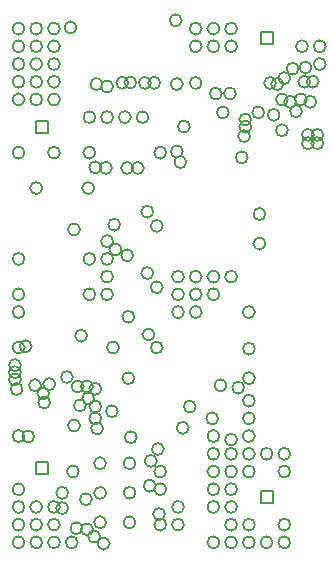
<source format=gbr>
G04*
G04 #@! TF.GenerationSoftware,Altium Limited,Altium Designer,24.9.1 (31)*
G04*
G04 Layer_Color=2752767*
%FSLAX44Y44*%
%MOMM*%
G71*
G04*
G04 #@! TF.SameCoordinates,B31CAF09-BB74-4FAA-89E9-8BE817FA7118*
G04*
G04*
G04 #@! TF.FilePolarity,Positive*
G04*
G01*
G75*
%ADD46C,0.1270*%
%ADD47C,0.1693*%
D46*
X209920Y433920D02*
Y444080D01*
X220080D01*
Y433920D01*
X209920D01*
X19920Y358920D02*
Y369080D01*
X30080D01*
Y358920D01*
X19920D01*
Y69920D02*
Y80080D01*
X30080D01*
Y69920D01*
X19920D01*
X209920Y44920D02*
Y55080D01*
X220080D01*
Y44920D01*
X209920D01*
D47*
X8424Y141783D02*
G03*
X8424Y141783I-5080J0D01*
G01*
X24080Y145000D02*
G03*
X24080Y145000I-5080J0D01*
G01*
X31047Y138017D02*
G03*
X31047Y138017I-5080J0D01*
G01*
X31776Y130500D02*
G03*
X31776Y130500I-5080J0D01*
G01*
X47080Y41000D02*
G03*
X47080Y41000I-5080J0D01*
G01*
Y54000D02*
G03*
X47080Y54000I-5080J0D01*
G01*
X89080Y123000D02*
G03*
X89080Y123000I-5080J0D01*
G01*
X214080Y290000D02*
G03*
X214080Y290000I-5080J0D01*
G01*
X127080Y280000D02*
G03*
X127080Y280000I-5080J0D01*
G01*
X67080Y48500D02*
G03*
X67080Y48500I-5080J0D01*
G01*
X199080Y338000D02*
G03*
X199080Y338000I-5080J0D01*
G01*
X143080Y454000D02*
G03*
X143080Y454000I-5080J0D01*
G01*
X54080Y448000D02*
G03*
X54080Y448000I-5080J0D01*
G01*
X69080Y312000D02*
G03*
X69080Y312000I-5080J0D01*
G01*
X120080Y188000D02*
G03*
X120080Y188000I-5080J0D01*
G01*
X119080Y240000D02*
G03*
X119080Y240000I-5080J0D01*
G01*
Y292000D02*
G03*
X119080Y292000I-5080J0D01*
G01*
X122080Y81000D02*
G03*
X122080Y81000I-5080J0D01*
G01*
X121080Y60000D02*
G03*
X121080Y60000I-5080J0D01*
G01*
X129080Y36000D02*
G03*
X129080Y36000I-5080J0D01*
G01*
X128080Y91000D02*
G03*
X128080Y91000I-5080J0D01*
G01*
X190080Y99000D02*
G03*
X190080Y99000I-5080J0D01*
G01*
X7080Y162000D02*
G03*
X7080Y162000I-5080J0D01*
G01*
Y156000D02*
G03*
X7080Y156000I-5080J0D01*
G01*
Y150000D02*
G03*
X7080Y150000I-5080J0D01*
G01*
X257080Y385000D02*
G03*
X257080Y385000I-5080J0D01*
G01*
X259080Y402000D02*
G03*
X259080Y402000I-5080J0D01*
G01*
X252080D02*
G03*
X252080Y402000I-5080J0D01*
G01*
X92080Y260000D02*
G03*
X92080Y260000I-5080J0D01*
G01*
X91080Y281000D02*
G03*
X91080Y281000I-5080J0D01*
G01*
X18321Y101706D02*
G03*
X18321Y101706I-5080J0D01*
G01*
X90080Y177000D02*
G03*
X90080Y177000I-5080J0D01*
G01*
X104080Y29000D02*
G03*
X104080Y29000I-5080J0D01*
G01*
Y54000D02*
G03*
X104080Y54000I-5080J0D01*
G01*
Y79000D02*
G03*
X104080Y79000I-5080J0D01*
G01*
X105080Y101000D02*
G03*
X105080Y101000I-5080J0D01*
G01*
X265080Y432000D02*
G03*
X265080Y432000I-5080J0D01*
G01*
Y417000D02*
G03*
X265080Y417000I-5080J0D01*
G01*
X250080Y432000D02*
G03*
X250080Y432000I-5080J0D01*
G01*
X235080Y87000D02*
G03*
X235080Y87000I-5080J0D01*
G01*
Y72000D02*
G03*
X235080Y72000I-5080J0D01*
G01*
Y27000D02*
G03*
X235080Y27000I-5080J0D01*
G01*
Y12000D02*
G03*
X235080Y12000I-5080J0D01*
G01*
X220080Y87000D02*
G03*
X220080Y87000I-5080J0D01*
G01*
Y12000D02*
G03*
X220080Y12000I-5080J0D01*
G01*
X205080Y207000D02*
G03*
X205080Y207000I-5080J0D01*
G01*
Y132000D02*
G03*
X205080Y132000I-5080J0D01*
G01*
Y117000D02*
G03*
X205080Y117000I-5080J0D01*
G01*
Y102000D02*
G03*
X205080Y102000I-5080J0D01*
G01*
Y87000D02*
G03*
X205080Y87000I-5080J0D01*
G01*
Y72000D02*
G03*
X205080Y72000I-5080J0D01*
G01*
Y27000D02*
G03*
X205080Y27000I-5080J0D01*
G01*
Y12000D02*
G03*
X205080Y12000I-5080J0D01*
G01*
X190080Y447000D02*
G03*
X190080Y447000I-5080J0D01*
G01*
Y432000D02*
G03*
X190080Y432000I-5080J0D01*
G01*
Y237000D02*
G03*
X190080Y237000I-5080J0D01*
G01*
Y87000D02*
G03*
X190080Y87000I-5080J0D01*
G01*
Y72000D02*
G03*
X190080Y72000I-5080J0D01*
G01*
Y57000D02*
G03*
X190080Y57000I-5080J0D01*
G01*
Y42000D02*
G03*
X190080Y42000I-5080J0D01*
G01*
Y27000D02*
G03*
X190080Y27000I-5080J0D01*
G01*
Y12000D02*
G03*
X190080Y12000I-5080J0D01*
G01*
X175080Y447000D02*
G03*
X175080Y447000I-5080J0D01*
G01*
Y432000D02*
G03*
X175080Y432000I-5080J0D01*
G01*
Y237000D02*
G03*
X175080Y237000I-5080J0D01*
G01*
Y222000D02*
G03*
X175080Y222000I-5080J0D01*
G01*
Y102000D02*
G03*
X175080Y102000I-5080J0D01*
G01*
Y87000D02*
G03*
X175080Y87000I-5080J0D01*
G01*
Y72000D02*
G03*
X175080Y72000I-5080J0D01*
G01*
Y57000D02*
G03*
X175080Y57000I-5080J0D01*
G01*
Y42000D02*
G03*
X175080Y42000I-5080J0D01*
G01*
Y12000D02*
G03*
X175080Y12000I-5080J0D01*
G01*
X160080Y447000D02*
G03*
X160080Y447000I-5080J0D01*
G01*
Y432000D02*
G03*
X160080Y432000I-5080J0D01*
G01*
Y237000D02*
G03*
X160080Y237000I-5080J0D01*
G01*
Y222000D02*
G03*
X160080Y222000I-5080J0D01*
G01*
Y207000D02*
G03*
X160080Y207000I-5080J0D01*
G01*
X145080Y237000D02*
G03*
X145080Y237000I-5080J0D01*
G01*
Y222000D02*
G03*
X145080Y222000I-5080J0D01*
G01*
Y207000D02*
G03*
X145080Y207000I-5080J0D01*
G01*
Y42000D02*
G03*
X145080Y42000I-5080J0D01*
G01*
Y27000D02*
G03*
X145080Y27000I-5080J0D01*
G01*
X130080Y342000D02*
G03*
X130080Y342000I-5080J0D01*
G01*
Y72000D02*
G03*
X130080Y72000I-5080J0D01*
G01*
Y57000D02*
G03*
X130080Y57000I-5080J0D01*
G01*
Y27000D02*
G03*
X130080Y27000I-5080J0D01*
G01*
X115080Y372000D02*
G03*
X115080Y372000I-5080J0D01*
G01*
X100080D02*
G03*
X100080Y372000I-5080J0D01*
G01*
X85080D02*
G03*
X85080Y372000I-5080J0D01*
G01*
Y267000D02*
G03*
X85080Y267000I-5080J0D01*
G01*
Y252000D02*
G03*
X85080Y252000I-5080J0D01*
G01*
Y237000D02*
G03*
X85080Y237000I-5080J0D01*
G01*
Y222000D02*
G03*
X85080Y222000I-5080J0D01*
G01*
X70080Y372000D02*
G03*
X70080Y372000I-5080J0D01*
G01*
Y342000D02*
G03*
X70080Y342000I-5080J0D01*
G01*
Y252000D02*
G03*
X70080Y252000I-5080J0D01*
G01*
Y222000D02*
G03*
X70080Y222000I-5080J0D01*
G01*
X55080Y12000D02*
G03*
X55080Y12000I-5080J0D01*
G01*
X40080Y447000D02*
G03*
X40080Y447000I-5080J0D01*
G01*
Y432000D02*
G03*
X40080Y432000I-5080J0D01*
G01*
Y417000D02*
G03*
X40080Y417000I-5080J0D01*
G01*
Y402000D02*
G03*
X40080Y402000I-5080J0D01*
G01*
Y387000D02*
G03*
X40080Y387000I-5080J0D01*
G01*
Y342000D02*
G03*
X40080Y342000I-5080J0D01*
G01*
Y42000D02*
G03*
X40080Y42000I-5080J0D01*
G01*
Y27000D02*
G03*
X40080Y27000I-5080J0D01*
G01*
Y12000D02*
G03*
X40080Y12000I-5080J0D01*
G01*
X25080Y447000D02*
G03*
X25080Y447000I-5080J0D01*
G01*
Y432000D02*
G03*
X25080Y432000I-5080J0D01*
G01*
Y417000D02*
G03*
X25080Y417000I-5080J0D01*
G01*
Y402000D02*
G03*
X25080Y402000I-5080J0D01*
G01*
Y387000D02*
G03*
X25080Y387000I-5080J0D01*
G01*
Y312000D02*
G03*
X25080Y312000I-5080J0D01*
G01*
Y42000D02*
G03*
X25080Y42000I-5080J0D01*
G01*
Y27000D02*
G03*
X25080Y27000I-5080J0D01*
G01*
Y12000D02*
G03*
X25080Y12000I-5080J0D01*
G01*
X10080Y447000D02*
G03*
X10080Y447000I-5080J0D01*
G01*
Y432000D02*
G03*
X10080Y432000I-5080J0D01*
G01*
Y417000D02*
G03*
X10080Y417000I-5080J0D01*
G01*
Y402000D02*
G03*
X10080Y402000I-5080J0D01*
G01*
Y387000D02*
G03*
X10080Y387000I-5080J0D01*
G01*
Y342000D02*
G03*
X10080Y342000I-5080J0D01*
G01*
Y252000D02*
G03*
X10080Y252000I-5080J0D01*
G01*
Y222000D02*
G03*
X10080Y222000I-5080J0D01*
G01*
Y207000D02*
G03*
X10080Y207000I-5080J0D01*
G01*
Y177000D02*
G03*
X10080Y177000I-5080J0D01*
G01*
Y102000D02*
G03*
X10080Y102000I-5080J0D01*
G01*
Y57000D02*
G03*
X10080Y57000I-5080J0D01*
G01*
Y42000D02*
G03*
X10080Y42000I-5080J0D01*
G01*
Y27000D02*
G03*
X10080Y27000I-5080J0D01*
G01*
Y12000D02*
G03*
X10080Y12000I-5080J0D01*
G01*
X51080Y152000D02*
G03*
X51080Y152000I-5080J0D01*
G01*
X16080Y178000D02*
G03*
X16080Y178000I-5080J0D01*
G01*
X79080Y79000D02*
G03*
X79080Y79000I-5080J0D01*
G01*
X79205Y53875D02*
G03*
X79205Y53875I-5080J0D01*
G01*
X79080Y29000D02*
G03*
X79080Y29000I-5080J0D01*
G01*
X144080Y400000D02*
G03*
X144080Y400000I-5080J0D01*
G01*
X223080Y401000D02*
G03*
X223080Y401000I-5080J0D01*
G01*
X233080Y360918D02*
G03*
X233080Y360918I-5080J0D01*
G01*
X240080Y385000D02*
G03*
X240080Y385000I-5080J0D01*
G01*
X226080Y374000D02*
G03*
X226080Y374000I-5080J0D01*
G01*
X214080Y265000D02*
G03*
X214080Y265000I-5080J0D01*
G01*
X63080Y187000D02*
G03*
X63080Y187000I-5080J0D01*
G01*
X205080Y151000D02*
G03*
X205080Y151000I-5080J0D01*
G01*
Y176000D02*
G03*
X205080Y176000I-5080J0D01*
G01*
X196080Y143000D02*
G03*
X196080Y143000I-5080J0D01*
G01*
X75080Y142000D02*
G03*
X75080Y142000I-5080J0D01*
G01*
X181080Y145000D02*
G03*
X181080Y145000I-5080J0D01*
G01*
X57080Y276929D02*
G03*
X57080Y276929I-5080J0D01*
G01*
X263080Y350000D02*
G03*
X263080Y350000I-5080J0D01*
G01*
X255080D02*
G03*
X255080Y350000I-5080J0D01*
G01*
X263080Y357000D02*
G03*
X263080Y357000I-5080J0D01*
G01*
X255080D02*
G03*
X255080Y357000I-5080J0D01*
G01*
X103080Y151000D02*
G03*
X103080Y151000I-5080J0D01*
G01*
Y203000D02*
G03*
X103080Y203000I-5080J0D01*
G01*
X102080Y255000D02*
G03*
X102080Y255000I-5080J0D01*
G01*
X127080Y228000D02*
G03*
X127080Y228000I-5080J0D01*
G01*
Y177000D02*
G03*
X127080Y177000I-5080J0D01*
G01*
X201080Y356000D02*
G03*
X201080Y356000I-5080J0D01*
G01*
X202080Y364000D02*
G03*
X202080Y364000I-5080J0D01*
G01*
X150080D02*
G03*
X150080Y364000I-5080J0D01*
G01*
X202080Y370000D02*
G03*
X202080Y370000I-5080J0D01*
G01*
X213080Y376000D02*
G03*
X213080Y376000I-5080J0D01*
G01*
X183080D02*
G03*
X183080Y376000I-5080J0D01*
G01*
X189080Y392000D02*
G03*
X189080Y392000I-5080J0D01*
G01*
X245080Y377000D02*
G03*
X245080Y377000I-5080J0D01*
G01*
X249080Y387000D02*
G03*
X249080Y387000I-5080J0D01*
G01*
X177080Y392000D02*
G03*
X177080Y392000I-5080J0D01*
G01*
X144080Y343000D02*
G03*
X144080Y343000I-5080J0D01*
G01*
X147080Y334000D02*
G03*
X147080Y334000I-5080J0D01*
G01*
X160080Y401000D02*
G03*
X160080Y401000I-5080J0D01*
G01*
X104736Y401344D02*
G03*
X104736Y401344I-5080J0D01*
G01*
X97955Y401125D02*
G03*
X97955Y401125I-5080J0D01*
G01*
X85080Y398000D02*
G03*
X85080Y398000I-5080J0D01*
G01*
X76080Y400000D02*
G03*
X76080Y400000I-5080J0D01*
G01*
X124955Y401125D02*
G03*
X124955Y401125I-5080J0D01*
G01*
X117080Y401000D02*
G03*
X117080Y401000I-5080J0D01*
G01*
X229080Y400000D02*
G03*
X229080Y400000I-5080J0D01*
G01*
X233080Y387000D02*
G03*
X233080Y387000I-5080J0D01*
G01*
X235080Y405000D02*
G03*
X235080Y405000I-5080J0D01*
G01*
X242080Y413000D02*
G03*
X242080Y413000I-5080J0D01*
G01*
X253080Y414000D02*
G03*
X253080Y414000I-5080J0D01*
G01*
X59080Y24000D02*
G03*
X59080Y24000I-5080J0D01*
G01*
X82080Y11000D02*
G03*
X82080Y11000I-5080J0D01*
G01*
X74080Y17000D02*
G03*
X74080Y17000I-5080J0D01*
G01*
X57080Y111000D02*
G03*
X57080Y111000I-5080J0D01*
G01*
X149080Y109000D02*
G03*
X149080Y109000I-5080J0D01*
G01*
X76580Y108500D02*
G03*
X76580Y108500I-5080J0D01*
G01*
X174080Y117000D02*
G03*
X174080Y117000I-5080J0D01*
G01*
X75080Y117000D02*
G03*
X75080Y117000I-5080J0D01*
G01*
X155080Y127000D02*
G03*
X155080Y127000I-5080J0D01*
G01*
X75085Y126995D02*
G03*
X75085Y126995I-5080J0D01*
G01*
X62080Y128000D02*
G03*
X62080Y128000I-5080J0D01*
G01*
X69080Y134000D02*
G03*
X69080Y134000I-5080J0D01*
G01*
X56080Y72000D02*
G03*
X56080Y72000I-5080J0D01*
G01*
X68080Y23000D02*
G03*
X68080Y23000I-5080J0D01*
G01*
X36080Y146000D02*
G03*
X36080Y146000I-5080J0D01*
G01*
X111080Y329000D02*
G03*
X111080Y329000I-5080J0D01*
G01*
X68080Y144000D02*
G03*
X68080Y144000I-5080J0D01*
G01*
X60080D02*
G03*
X60080Y144000I-5080J0D01*
G01*
X102080Y329000D02*
G03*
X102080Y329000I-5080J0D01*
G01*
X84080Y329125D02*
G03*
X84080Y329125I-5080J0D01*
G01*
X75080Y329487D02*
G03*
X75080Y329487I-5080J0D01*
G01*
M02*

</source>
